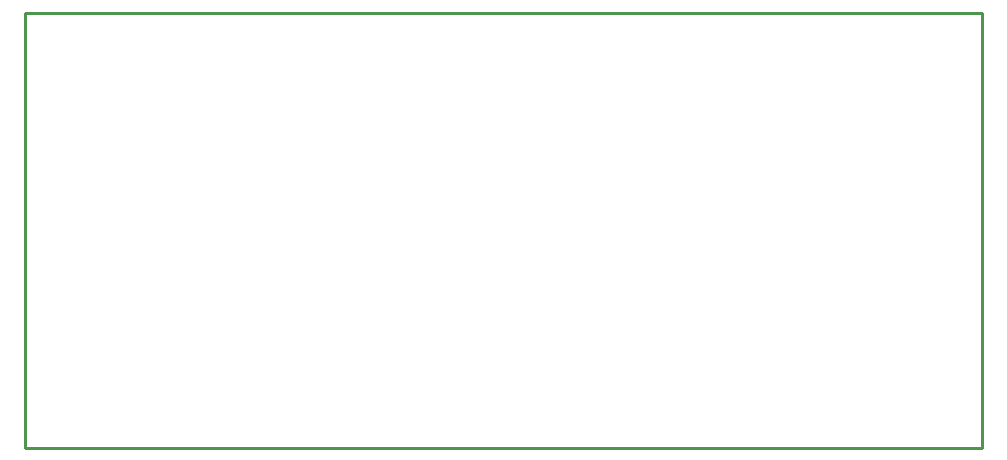
<source format=gbr>
G04 EAGLE Gerber RS-274X export*
G75*
%MOMM*%
%FSLAX34Y34*%
%LPD*%
%IN*%
%IPPOS*%
%AMOC8*
5,1,8,0,0,1.08239X$1,22.5*%
G01*
%ADD10C,0.000000*%
%ADD11C,0.254000*%


D10*
X38100Y342900D02*
X847600Y342900D01*
X847600Y711100D01*
X38100Y711100D01*
X38100Y342900D01*
D11*
X38100Y342900D02*
X847600Y342900D01*
X847600Y711100D01*
X38100Y711100D01*
X38100Y342900D01*
M02*

</source>
